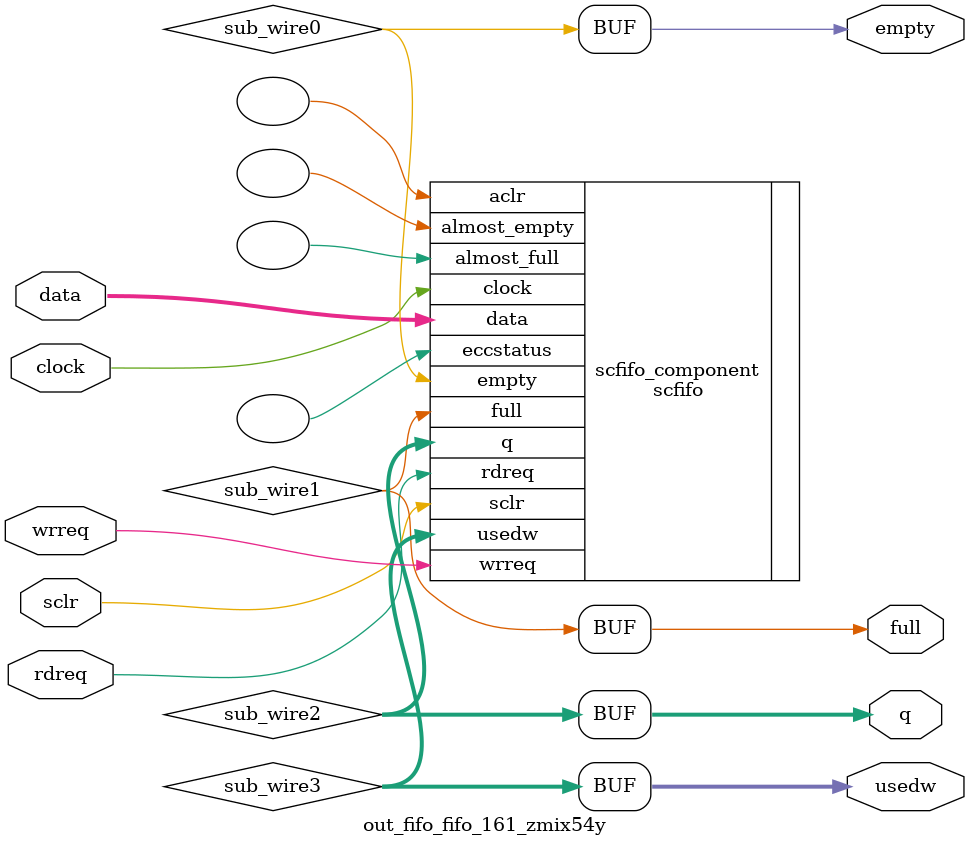
<source format=v>



`timescale 1 ps / 1 ps
// synopsys translate_on
module  out_fifo_fifo_161_zmix54y  (
    clock,
    data,
    rdreq,
    sclr,
    wrreq,
    empty,
    full,
    q,
    usedw);

    input    clock;
    input  [7:0]  data;
    input    rdreq;
    input    sclr;
    input    wrreq;
    output   empty;
    output   full;
    output [7:0]  q;
    output [16:0]  usedw;

    wire  sub_wire0;
    wire  sub_wire1;
    wire [7:0] sub_wire2;
    wire [16:0] sub_wire3;
    wire  empty = sub_wire0;
    wire  full = sub_wire1;
    wire [7:0] q = sub_wire2[7:0];
    wire [16:0] usedw = sub_wire3[16:0];

    scfifo  scfifo_component (
                .clock (clock),
                .data (data),
                .rdreq (rdreq),
                .sclr (sclr),
                .wrreq (wrreq),
                .empty (sub_wire0),
                .full (sub_wire1),
                .q (sub_wire2),
                .usedw (sub_wire3),
                .aclr (),
                .almost_empty (),
                .almost_full (),
                .eccstatus ());
    defparam
        scfifo_component.add_ram_output_register  = "ON",
        scfifo_component.enable_ecc  = "FALSE",
        scfifo_component.intended_device_family  = "Arria 10",
        scfifo_component.lpm_numwords  = 131072,
        scfifo_component.lpm_showahead  = "OFF",
        scfifo_component.lpm_type  = "scfifo",
        scfifo_component.lpm_width  = 8,
        scfifo_component.lpm_widthu  = 17,
        scfifo_component.overflow_checking  = "ON",
        scfifo_component.underflow_checking  = "ON",
        scfifo_component.use_eab  = "ON";


endmodule



</source>
